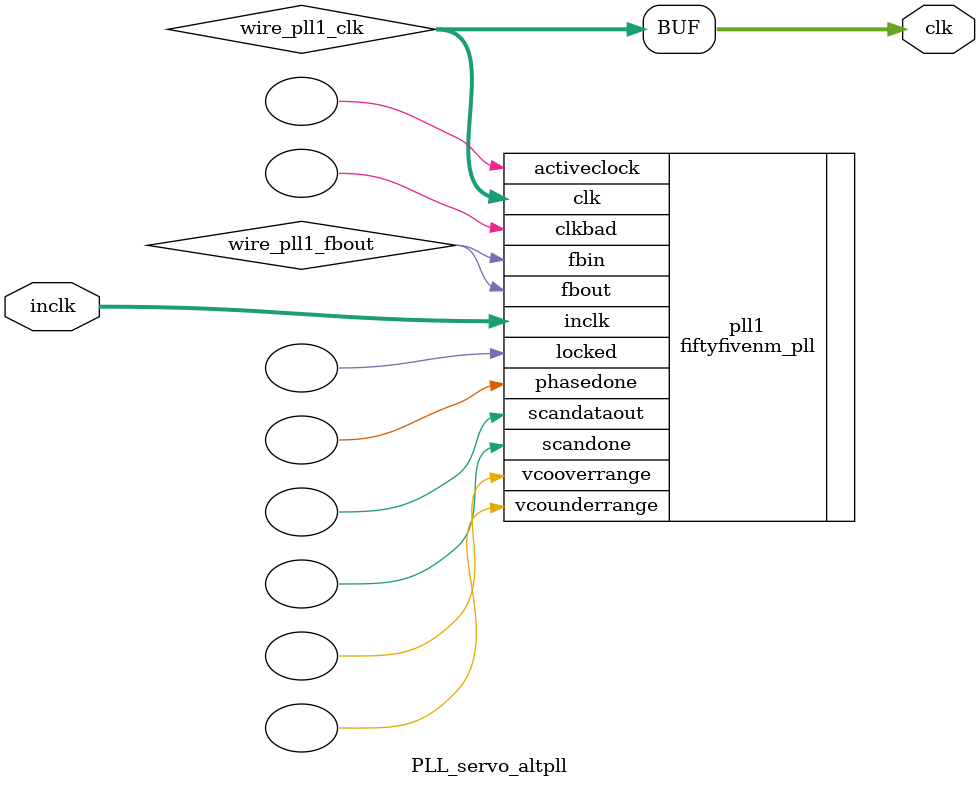
<source format=v>






//synthesis_resources = fiftyfivenm_pll 1 
//synopsys translate_off
`timescale 1 ps / 1 ps
//synopsys translate_on
module  PLL_servo_altpll
	( 
	clk,
	inclk) /* synthesis synthesis_clearbox=1 */;
	output   [4:0]  clk;
	input   [1:0]  inclk;
`ifndef ALTERA_RESERVED_QIS
// synopsys translate_off
`endif
	tri0   [1:0]  inclk;
`ifndef ALTERA_RESERVED_QIS
// synopsys translate_on
`endif

	wire  [4:0]   wire_pll1_clk;
	wire  wire_pll1_fbout;

	fiftyfivenm_pll   pll1
	( 
	.activeclock(),
	.clk(wire_pll1_clk),
	.clkbad(),
	.fbin(wire_pll1_fbout),
	.fbout(wire_pll1_fbout),
	.inclk(inclk),
	.locked(),
	.phasedone(),
	.scandataout(),
	.scandone(),
	.vcooverrange(),
	.vcounderrange()
	`ifndef FORMAL_VERIFICATION
	// synopsys translate_off
	`endif
	,
	.areset(1'b0),
	.clkswitch(1'b0),
	.configupdate(1'b0),
	.pfdena(1'b1),
	.phasecounterselect({3{1'b0}}),
	.phasestep(1'b0),
	.phaseupdown(1'b0),
	.scanclk(1'b0),
	.scanclkena(1'b1),
	.scandata(1'b0)
	`ifndef FORMAL_VERIFICATION
	// synopsys translate_on
	`endif
	);
	defparam
		pll1.bandwidth_type = "auto",
		pll1.clk0_divide_by = 50,
		pll1.clk0_duty_cycle = 50,
		pll1.clk0_multiply_by = 1,
		pll1.clk0_phase_shift = "0",
		pll1.compensate_clock = "clk0",
		pll1.inclk0_input_frequency = 20000,
		pll1.operation_mode = "normal",
		pll1.pll_type = "auto",
		pll1.lpm_type = "fiftyfivenm_pll";
	assign
		clk = {wire_pll1_clk[4:0]};
endmodule //PLL_servo_altpll
//VALID FILE

</source>
